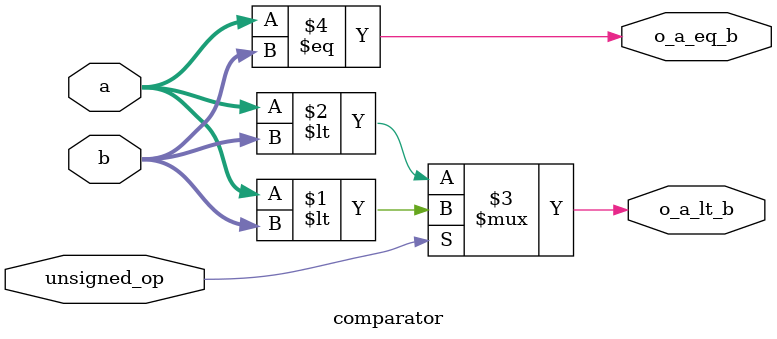
<source format=v>
module comparator(
    input [31:0] a, b, 
    input unsigned_op, // if(unsigned operation) => 1 ; else => 0
    output o_a_lt_b, o_a_eq_b // output a less-than b | a equal-to b
);
    assign o_a_lt_b = unsigned_op ? (a < b) : $signed(a) < $signed(b);
    assign o_a_eq_b = (a==b);
    // // declarations
    // wire intermediate_a_lt_b [0:31]; // intermediate a<b wires between 1-bit comparators
    // wire a_neg_b_pos; // if(a is neg. and b is pos.) => 1 ; else => 0
    // wire b_neg_a_pos; // if(b is neg. and a is pos.) => 1 ; else => 0
    // wire both_neg; // if both a and b are negative => 1
    // wire diff_sign;
    // wire [31:0] mod_a, mod_b; // modified values of a and b (if necessary)

    // // intermediate signals
    // wire a_lt_b;
    // wire final_a_lt_b; // final a_lt_b signal. 
    // wire xor_r; // result of xor of input a and b
    
    // /*
    // If operation is unsigned, pass unmodified a and b inputs and set the first intermediate_a_lt_b signal to 0.


    // If operation is signed, check if they have different signs. 

    // If they have different signs, set either a_neg_b_pos or b_neg_a_pos. If they have different signs, the positive one is greater.

    // If they are both neg. set both_neg to 1 
    // convert a and b to their magnitudes to compare their magnitudes
    // We'll invert the final result if both neg. so that the one with the greater magnitude will be the smaller number
    // */

    // assign diff_sign = unsigned_op ? 1'b0 : (a[31] ^ b[31]); // if (unsigned OR same sign) => 0 ; if(different signs) => 1
    // assign a_neg_b_pos = (diff_sign) ? (a[31]) : 1'b0;  
    // assign b_neg_a_pos = (diff_sign) ? (b[31]) : 1'b0;

    // assign both_neg    = (unsigned_op) ? 1'b0 : // if not signed => 0
    //                      (diff_sign)   ? 1'b0 : // if different signs => 0
    //                      a[31];                 // else => MSB of a (or b)

    // assign mod_a = (both_neg) ? (~a + 1'b1) : a; // get magnitude of a
    // assign mod_b = (both_neg) ? (~b + 1'b1) : b; // get magnitude of b

    // assign intermediate_a_lt_b[31] = a_neg_b_pos; // set first a_lt_b signal. If a is neg. and b is pos. then this will be 1, which will propogate all the way through the comparator

    // generate
    //     genvar i;
    //     for(i=31; i>0; i = i-1) begin: comparator1bit
    //         comparator_1bit compare_a_b(.a(mod_a[i]), .b(mod_b[i]), .a_lt_b(intermediate_a_lt_b[i]), .out(intermediate_a_lt_b[i-1])); 
	// 		end
    //     comparator_1bit compare_a_b(.a(mod_a[0]), .b(mod_b[0]), .a_lt_b(intermediate_a_lt_b[0]), .out(a_lt_b)); 
    // endgenerate

    // assign final_a_lt_b = (both_neg)    ? ~a_lt_b : a_lt_b; // if both nums were neg., then invert result (since the one with the greater magnitude will be smaller)
    // assign o_a_lt_b     = (b_neg_a_pos) ? 1'b0    : a_lt_b; // if b is neg. and a is pos. then a > b. else return a_lt_b

    // assign xor_r = a ^ b;
    // assign o_a_eq_b = (xor_r == 0); 

endmodule

</source>
